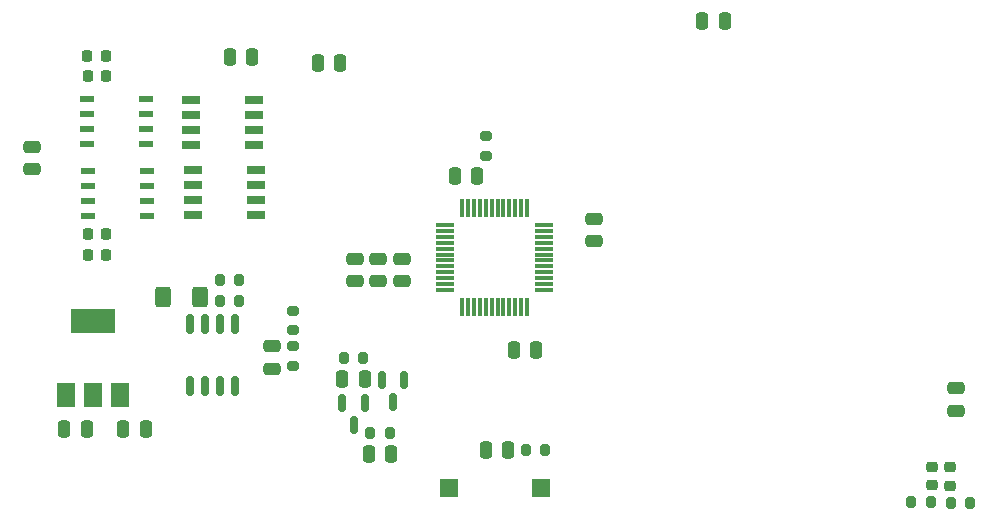
<source format=gbr>
%TF.GenerationSoftware,KiCad,Pcbnew,(6.0.11)*%
%TF.CreationDate,2023-08-09T22:56:24+02:00*%
%TF.ProjectId,Voiture_RC,566f6974-7572-4655-9f52-432e6b696361,rev?*%
%TF.SameCoordinates,Original*%
%TF.FileFunction,Paste,Top*%
%TF.FilePolarity,Positive*%
%FSLAX46Y46*%
G04 Gerber Fmt 4.6, Leading zero omitted, Abs format (unit mm)*
G04 Created by KiCad (PCBNEW (6.0.11)) date 2023-08-09 22:56:24*
%MOMM*%
%LPD*%
G01*
G04 APERTURE LIST*
G04 Aperture macros list*
%AMRoundRect*
0 Rectangle with rounded corners*
0 $1 Rounding radius*
0 $2 $3 $4 $5 $6 $7 $8 $9 X,Y pos of 4 corners*
0 Add a 4 corners polygon primitive as box body*
4,1,4,$2,$3,$4,$5,$6,$7,$8,$9,$2,$3,0*
0 Add four circle primitives for the rounded corners*
1,1,$1+$1,$2,$3*
1,1,$1+$1,$4,$5*
1,1,$1+$1,$6,$7*
1,1,$1+$1,$8,$9*
0 Add four rect primitives between the rounded corners*
20,1,$1+$1,$2,$3,$4,$5,0*
20,1,$1+$1,$4,$5,$6,$7,0*
20,1,$1+$1,$6,$7,$8,$9,0*
20,1,$1+$1,$8,$9,$2,$3,0*%
G04 Aperture macros list end*
%ADD10RoundRect,0.250000X0.475000X-0.250000X0.475000X0.250000X-0.475000X0.250000X-0.475000X-0.250000X0*%
%ADD11RoundRect,0.250000X-0.250000X-0.475000X0.250000X-0.475000X0.250000X0.475000X-0.250000X0.475000X0*%
%ADD12RoundRect,0.218750X0.218750X0.256250X-0.218750X0.256250X-0.218750X-0.256250X0.218750X-0.256250X0*%
%ADD13RoundRect,0.039130X0.557870X0.240370X-0.557870X0.240370X-0.557870X-0.240370X0.557870X-0.240370X0*%
%ADD14RoundRect,0.250000X-0.475000X0.250000X-0.475000X-0.250000X0.475000X-0.250000X0.475000X0.250000X0*%
%ADD15RoundRect,0.200000X-0.200000X-0.275000X0.200000X-0.275000X0.200000X0.275000X-0.200000X0.275000X0*%
%ADD16RoundRect,0.218750X-0.218750X-0.256250X0.218750X-0.256250X0.218750X0.256250X-0.218750X0.256250X0*%
%ADD17RoundRect,0.150000X-0.150000X0.675000X-0.150000X-0.675000X0.150000X-0.675000X0.150000X0.675000X0*%
%ADD18RoundRect,0.200000X0.275000X-0.200000X0.275000X0.200000X-0.275000X0.200000X-0.275000X-0.200000X0*%
%ADD19RoundRect,0.200000X-0.275000X0.200000X-0.275000X-0.200000X0.275000X-0.200000X0.275000X0.200000X0*%
%ADD20R,1.500000X1.500000*%
%ADD21RoundRect,0.250000X0.250000X0.475000X-0.250000X0.475000X-0.250000X-0.475000X0.250000X-0.475000X0*%
%ADD22RoundRect,0.011200X-0.733800X-0.128800X0.733800X-0.128800X0.733800X0.128800X-0.733800X0.128800X0*%
%ADD23RoundRect,0.011200X0.128800X-0.733800X0.128800X0.733800X-0.128800X0.733800X-0.128800X-0.733800X0*%
%ADD24RoundRect,0.218750X-0.256250X0.218750X-0.256250X-0.218750X0.256250X-0.218750X0.256250X0.218750X0*%
%ADD25RoundRect,0.042000X0.748000X0.258000X-0.748000X0.258000X-0.748000X-0.258000X0.748000X-0.258000X0*%
%ADD26RoundRect,0.200000X0.200000X0.275000X-0.200000X0.275000X-0.200000X-0.275000X0.200000X-0.275000X0*%
%ADD27R,1.500000X2.000000*%
%ADD28R,3.800000X2.000000*%
%ADD29RoundRect,0.250000X0.400000X0.625000X-0.400000X0.625000X-0.400000X-0.625000X0.400000X-0.625000X0*%
%ADD30RoundRect,0.150000X-0.150000X0.587500X-0.150000X-0.587500X0.150000X-0.587500X0.150000X0.587500X0*%
G04 APERTURE END LIST*
D10*
%TO.C,C9*%
X165132000Y-129488000D03*
X165132000Y-127588000D03*
%TD*%
D11*
%TO.C,C7*%
X174232000Y-143764000D03*
X176132000Y-143764000D03*
%TD*%
D12*
%TO.C,D3*%
X142087700Y-110413800D03*
X140512700Y-110413800D03*
%TD*%
D10*
%TO.C,C10*%
X163152000Y-129488000D03*
X163152000Y-127588000D03*
%TD*%
D13*
%TO.C,Q4*%
X145595400Y-123951400D03*
X145595400Y-122681400D03*
X145595400Y-121411400D03*
X145595400Y-120141400D03*
X140541400Y-120141400D03*
X140541400Y-121411400D03*
X140541400Y-122681400D03*
X140541400Y-123951400D03*
%TD*%
D14*
%TO.C,C1*%
X183420000Y-124232000D03*
X183420000Y-126132000D03*
%TD*%
D15*
%TO.C,R9*%
X151727600Y-131204200D03*
X153377600Y-131204200D03*
%TD*%
D16*
%TO.C,D5*%
X140563500Y-127330200D03*
X142138500Y-127330200D03*
%TD*%
D11*
%TO.C,C8*%
X171614000Y-120610000D03*
X173514000Y-120610000D03*
%TD*%
%TO.C,C5*%
X143550000Y-142000000D03*
X145450000Y-142000000D03*
%TD*%
D17*
%TO.C,U4*%
X153035000Y-133138000D03*
X151765000Y-133138000D03*
X150495000Y-133138000D03*
X149225000Y-133138000D03*
X149225000Y-138388000D03*
X150495000Y-138388000D03*
X151765000Y-138388000D03*
X153035000Y-138388000D03*
%TD*%
D18*
%TO.C,R11*%
X174276000Y-118895000D03*
X174276000Y-117245000D03*
%TD*%
D19*
%TO.C,R1*%
X157962600Y-132017000D03*
X157962600Y-133667000D03*
%TD*%
D16*
%TO.C,D4*%
X140563500Y-112141000D03*
X142138500Y-112141000D03*
%TD*%
D20*
%TO.C,Reset1*%
X178900000Y-147000000D03*
X171100000Y-147000000D03*
%TD*%
D15*
%TO.C,R4*%
X164475400Y-142351800D03*
X166125400Y-142351800D03*
%TD*%
D21*
%TO.C,C12*%
X166225000Y-144155200D03*
X164325000Y-144155200D03*
%TD*%
D22*
%TO.C,U1*%
X170830000Y-124750000D03*
X170830000Y-125250000D03*
X170830000Y-125750000D03*
X170830000Y-126250000D03*
X170830000Y-126750000D03*
X170830000Y-127250000D03*
X170830000Y-127750000D03*
X170830000Y-128250000D03*
X170830000Y-128750000D03*
X170830000Y-129250000D03*
X170830000Y-129750000D03*
X170830000Y-130250000D03*
D23*
X172250000Y-131670000D03*
X172750000Y-131670000D03*
X173250000Y-131670000D03*
X173750000Y-131670000D03*
X174250000Y-131670000D03*
X174750000Y-131670000D03*
X175250000Y-131670000D03*
X175750000Y-131670000D03*
X176250000Y-131670000D03*
X176750000Y-131670000D03*
X177250000Y-131670000D03*
X177750000Y-131670000D03*
D22*
X179170000Y-130250000D03*
X179170000Y-129750000D03*
X179170000Y-129250000D03*
X179170000Y-128750000D03*
X179170000Y-128250000D03*
X179170000Y-127750000D03*
X179170000Y-127250000D03*
X179170000Y-126750000D03*
X179170000Y-126250000D03*
X179170000Y-125750000D03*
X179170000Y-125250000D03*
X179170000Y-124750000D03*
D23*
X177750000Y-123330000D03*
X177250000Y-123330000D03*
X176750000Y-123330000D03*
X176250000Y-123330000D03*
X175750000Y-123330000D03*
X175250000Y-123330000D03*
X174750000Y-123330000D03*
X174250000Y-123330000D03*
X173750000Y-123330000D03*
X173250000Y-123330000D03*
X172750000Y-123330000D03*
X172250000Y-123330000D03*
%TD*%
D13*
%TO.C,Q3*%
X145527000Y-117905000D03*
X145527000Y-116635000D03*
X145527000Y-115365000D03*
X145527000Y-114095000D03*
X140473000Y-114095000D03*
X140473000Y-115365000D03*
X140473000Y-116635000D03*
X140473000Y-117905000D03*
%TD*%
D21*
%TO.C,C6*%
X140450000Y-142000000D03*
X138550000Y-142000000D03*
%TD*%
%TO.C,C2*%
X178528000Y-135342000D03*
X176628000Y-135342000D03*
%TD*%
D15*
%TO.C,R8*%
X151752800Y-129413000D03*
X153402800Y-129413000D03*
%TD*%
D11*
%TO.C,C13*%
X162089800Y-137754400D03*
X163989800Y-137754400D03*
%TD*%
D21*
%TO.C,C11*%
X154476252Y-110501252D03*
X152576252Y-110501252D03*
%TD*%
D11*
%TO.C,C14*%
X192598000Y-107442000D03*
X194498000Y-107442000D03*
%TD*%
D24*
%TO.C,D2*%
X212000000Y-145212500D03*
X212000000Y-146787500D03*
%TD*%
D25*
%TO.C,U6*%
X154770900Y-123900600D03*
X154770900Y-122630600D03*
X154770900Y-121360600D03*
X154770900Y-120090600D03*
X149430900Y-120090600D03*
X149430900Y-121360600D03*
X149430900Y-122630600D03*
X149430900Y-123900600D03*
%TD*%
D14*
%TO.C,C17*%
X135864600Y-118125200D03*
X135864600Y-120025200D03*
%TD*%
D26*
%TO.C,R5*%
X179309000Y-143830400D03*
X177659000Y-143830400D03*
%TD*%
D24*
%TO.C,D1*%
X213549400Y-145237900D03*
X213549400Y-146812900D03*
%TD*%
D26*
%TO.C,R3*%
X215288800Y-148286000D03*
X213638800Y-148286000D03*
%TD*%
D14*
%TO.C,C3*%
X156184600Y-135016200D03*
X156184600Y-136916200D03*
%TD*%
D21*
%TO.C,C16*%
X161950000Y-111000000D03*
X160050000Y-111000000D03*
%TD*%
D27*
%TO.C,U2*%
X138700000Y-139150000D03*
X141000000Y-139150000D03*
D28*
X141000000Y-132850000D03*
D27*
X143300000Y-139150000D03*
%TD*%
D15*
%TO.C,R10*%
X210260600Y-148209800D03*
X211910600Y-148209800D03*
%TD*%
D29*
%TO.C,R7*%
X150038400Y-130835400D03*
X146938400Y-130835400D03*
%TD*%
D30*
%TO.C,Q1*%
X164015200Y-139839500D03*
X162115200Y-139839500D03*
X163065200Y-141714500D03*
%TD*%
D15*
%TO.C,R6*%
X162240200Y-136001800D03*
X163890200Y-136001800D03*
%TD*%
D30*
%TO.C,Q2*%
X167342600Y-137883700D03*
X165442600Y-137883700D03*
X166392600Y-139758700D03*
%TD*%
D10*
%TO.C,C15*%
X214078000Y-140480000D03*
X214078000Y-138580000D03*
%TD*%
D25*
%TO.C,U5*%
X154670000Y-117955800D03*
X154670000Y-116685800D03*
X154670000Y-115415800D03*
X154670000Y-114145800D03*
X149330000Y-114145800D03*
X149330000Y-115415800D03*
X149330000Y-116685800D03*
X149330000Y-117955800D03*
%TD*%
D19*
%TO.C,R2*%
X157957600Y-135022200D03*
X157957600Y-136672200D03*
%TD*%
D10*
%TO.C,C4*%
X167132000Y-129488000D03*
X167132000Y-127588000D03*
%TD*%
D12*
%TO.C,D6*%
X142138500Y-125476000D03*
X140563500Y-125476000D03*
%TD*%
M02*

</source>
